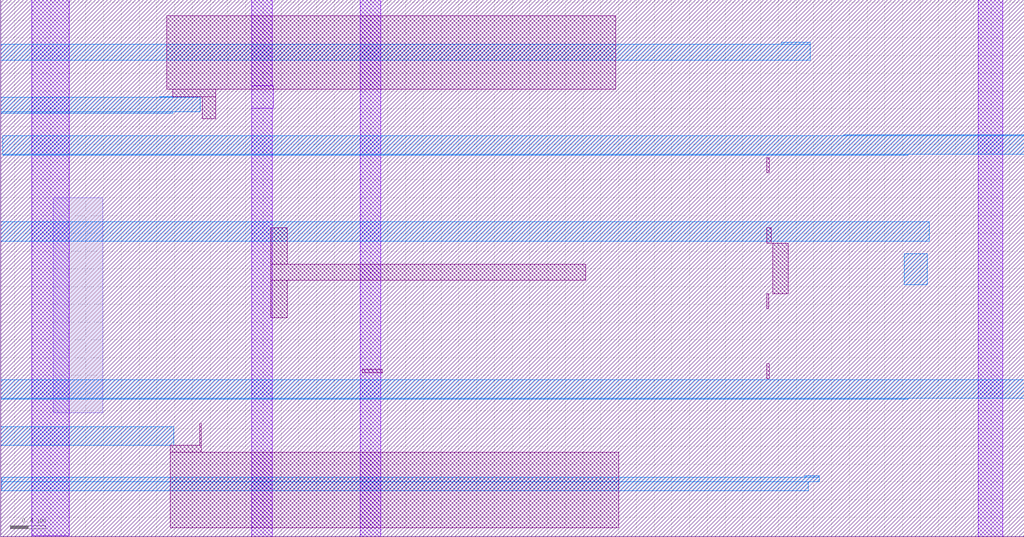
<source format=lef>
VERSION 5.7 ;
  NOWIREEXTENSIONATPIN ON ;
  DIVIDERCHAR "/" ;
  BUSBITCHARS "[]" ;
UNITS
  DATABASE MICRONS 200 ;
END UNITS

LAYER via2
  TYPE CUT ;
END via2

LAYER via
  TYPE CUT ;
END via

LAYER nwell
  TYPE MASTERSLICE ;
END nwell

LAYER via3
  TYPE CUT ;
END via3

LAYER pwell
  TYPE MASTERSLICE ;
END pwell

LAYER via4
  TYPE CUT ;
END via4

LAYER mcon
  TYPE CUT ;
END mcon

LAYER met6
  TYPE ROUTING ;
  WIDTH 0.030000 ;
  SPACING 0.040000 ;
  DIRECTION HORIZONTAL ;
END met6

LAYER met1
  TYPE ROUTING ;
  WIDTH 0.140000 ;
  SPACING 0.140000 ;
  DIRECTION HORIZONTAL ;
END met1

LAYER met3
  TYPE ROUTING ;
  WIDTH 0.300000 ;
  SPACING 0.300000 ;
  DIRECTION HORIZONTAL ;
END met3

LAYER met2
  TYPE ROUTING ;
  WIDTH 0.140000 ;
  SPACING 0.140000 ;
  DIRECTION HORIZONTAL ;
END met2

LAYER met4
  TYPE ROUTING ;
  WIDTH 0.300000 ;
  SPACING 0.300000 ;
  DIRECTION HORIZONTAL ;
END met4

LAYER met5
  TYPE ROUTING ;
  WIDTH 1.600000 ;
  SPACING 1.600000 ;
  DIRECTION HORIZONTAL ;
END met5

LAYER li1
  TYPE ROUTING ;
  WIDTH 0.170000 ;
  SPACING 0.170000 ;
  DIRECTION HORIZONTAL ;
END li1

MACRO sky130_hilas_fgbiasweakgate2x1cell
  CLASS BLOCK ;
  FOREIGN sky130_hilas_fgbiasweakgate2x1cell ;
  ORIGIN 3.960 3.820 ;
  SIZE 11.530 BY 6.050 ;
  OBS
      LAYER nwell ;
        RECT -3.370 -2.420 -2.810 0.000 ;
      LAYER li1 ;
        RECT -2.090 1.220 2.970 2.050 ;
        RECT -2.020 1.140 -1.540 1.220 ;
        RECT -1.690 0.890 -1.540 1.140 ;
        RECT 4.670 0.280 4.700 0.450 ;
        RECT -0.920 -0.750 -0.730 -0.340 ;
        RECT 4.670 -0.510 4.720 -0.340 ;
        RECT -0.920 -0.930 2.630 -0.750 ;
        RECT -0.920 -1.350 -0.730 -0.930 ;
        RECT 4.740 -1.080 4.910 -0.510 ;
        RECT 4.670 -1.250 4.690 -1.080 ;
        RECT 0.110 -1.970 0.340 -1.930 ;
        RECT 4.670 -2.040 4.700 -1.870 ;
        RECT -1.720 -2.790 -1.700 -2.540 ;
        RECT -2.050 -2.870 -1.700 -2.790 ;
        RECT -2.050 -3.720 3.000 -2.870 ;
      LAYER met1 ;
        RECT -3.610 -3.810 -3.190 2.230 ;
        RECT -1.130 1.260 -0.900 2.230 ;
        RECT -1.130 1.010 -0.890 1.260 ;
        RECT -1.130 -3.820 -0.900 1.010 ;
        RECT 0.090 -3.820 0.320 2.230 ;
        RECT 7.050 -3.820 7.330 2.230 ;
      LAYER met2 ;
        RECT 4.840 1.730 5.160 1.750 ;
        RECT -3.960 1.550 5.160 1.730 ;
        RECT -2.170 1.130 -1.710 1.140 ;
        RECT -3.960 0.970 -1.710 1.130 ;
        RECT -3.960 0.950 -2.020 0.970 ;
        RECT 5.540 0.700 7.570 0.710 ;
        RECT -3.940 0.490 7.570 0.700 ;
        RECT -3.940 0.480 6.260 0.490 ;
        RECT -3.960 -0.490 6.500 -0.270 ;
        RECT 6.220 -0.980 6.480 -0.630 ;
        RECT -3.960 -2.260 7.570 -2.050 ;
        RECT -3.960 -2.270 6.260 -2.260 ;
        RECT -3.960 -2.790 -2.010 -2.580 ;
        RECT 5.100 -3.150 5.260 -3.130 ;
        RECT -3.950 -3.200 5.260 -3.150 ;
        RECT -3.950 -3.300 5.140 -3.200 ;
  END
END sky130_hilas_fgbiasweakgate2x1cell
END LIBRARY


</source>
